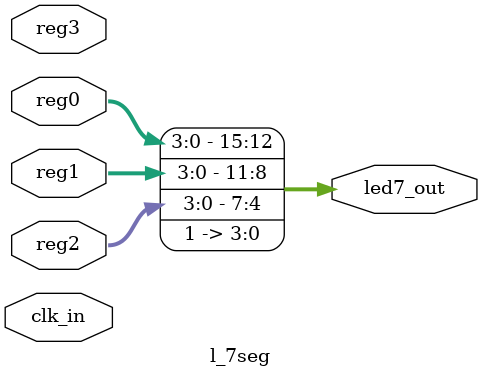
<source format=v>
`timescale 1ns / 1ps
module l_7seg(
input wire [3:0] reg0, reg1, reg2, reg3,
input clk_in,
output reg [15:0] led7_out
);
wire clk_1hz;
clk_divider #(.DIV(28'd1)) clk_out(clk_in,clk_1hz);

always@(clk_1hz)
begin
if(reg3 != 1111)
	led7_out <= {reg0,reg1,reg2,4'b1111};
else led7_out <= {reg0,reg1,reg2,reg3};
end

endmodule

</source>
